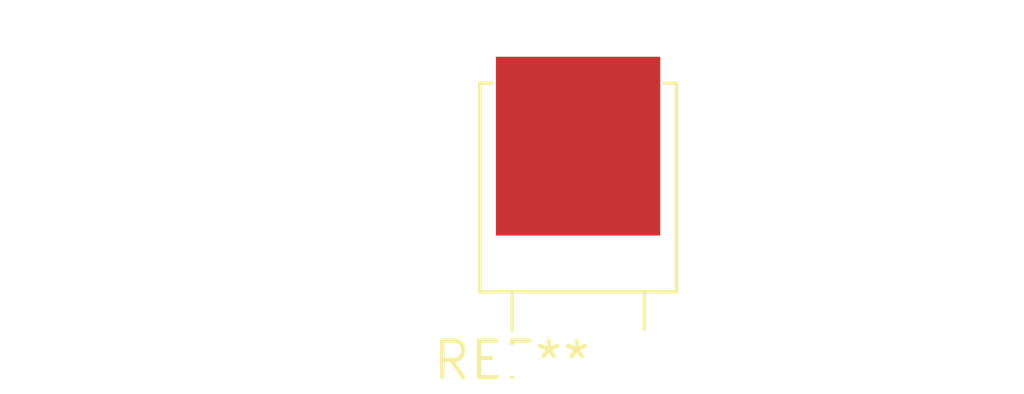
<source format=kicad_pcb>
(kicad_pcb (version 20240108) (generator pcbnew)
  (layers (0 "F.Cu" signal) (31 "B.Cu" signal) (34 "B.Paste" user) (35 "F.Paste" user) (36 "B.SilkS" user "B.Silkscreen") (37 "F.SilkS" user "F.Silkscreen") (38 "B.Mask" user) (39 "F.Mask" user) (44 "Edge.Cuts" user))
  (net 0 "")
  (footprint "TO-251-2-1EP_Horizontal_TabDown" (layer "F.Cu") (at 0 0)
    (property "Reference" "REF**")
    (property "Value" "TO-251-2-1EP_Horizontal_TabDown")
    (fp_line (start -1.12 -9.62) (end -1.12 -2.38) (layer "F.SilkS") (stroke (width 0.12)))
    (fp_line (start -1.12 -9.62) (end -0.711 -9.62) (layer "F.SilkS") (stroke (width 0.12)))
    (fp_line (start -1.12 -2.38) (end 5.7 -2.38) (layer "F.SilkS") (stroke (width 0.12)))
    (fp_line (start 0 -2.38) (end 0 -1.05) (layer "F.SilkS") (stroke (width 0.12)))
    (fp_line (start 4.58 -2.38) (end 4.58 -1.066) (layer "F.SilkS") (stroke (width 0.12)))
    (fp_line (start 5.291 -9.62) (end 5.7 -9.62) (layer "F.SilkS") (stroke (width 0.12)))
    (fp_line (start 5.7 -9.62) (end 5.7 -2.38) (layer "F.SilkS") (stroke (width 0.12)))
    (pad "1" thru_hole rect (at 0 0) (size 1.8 1.8) (drill 1.1) (layers *.Cu *.Mask) (remove_unused_layers))
    (pad "2" thru_hole oval (at 4.58 0) (size 1.8 1.8) (drill 1.1) (layers *.Cu *.Mask) (remove_unused_layers))
    (pad "3" smd rect (at 2.29 -7.433333) (size 5.7 6.2) (layers "F.Cu" "F.Paste" "F.Mask"))
  )
)
</source>
